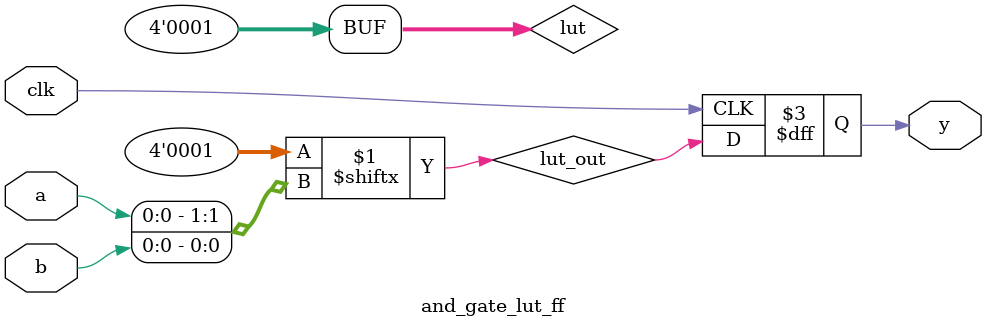
<source format=v>
`timescale 1ns / 1ps

module and_gate_lut_ff (
    input wire clk,
    input wire a,
    input wire b,
    output reg y
);
    wire [3:0] lut = 4'b0001;
    wire lut_out = lut[{a, b}];
    always @(posedge clk) begin
        y <= lut_out;
    end

endmodule

</source>
